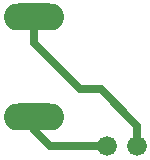
<source format=gbr>
%TF.GenerationSoftware,KiCad,Pcbnew,7.0.10-7.0.10~ubuntu22.04.1*%
%TF.CreationDate,2024-02-11T17:22:46-08:00*%
%TF.ProjectId,button_adapter,62757474-6f6e-45f6-9164-61707465722e,rev?*%
%TF.SameCoordinates,Original*%
%TF.FileFunction,Copper,L1,Top*%
%TF.FilePolarity,Positive*%
%FSLAX46Y46*%
G04 Gerber Fmt 4.6, Leading zero omitted, Abs format (unit mm)*
G04 Created by KiCad (PCBNEW 7.0.10-7.0.10~ubuntu22.04.1) date 2024-02-11 17:22:46*
%MOMM*%
%LPD*%
G01*
G04 APERTURE LIST*
%TA.AperFunction,ComponentPad*%
%ADD10C,1.676400*%
%TD*%
%TA.AperFunction,ComponentPad*%
%ADD11O,5.080000X2.286000*%
%TD*%
%TA.AperFunction,Conductor*%
%ADD12C,0.635000*%
%TD*%
G04 APERTURE END LIST*
D10*
%TO.P,J2,1,Pin_1*%
%TO.N,Net-(J1-Pin_1)*%
X172745400Y-113284000D03*
%TO.P,J2,2,Pin_2*%
%TO.N,Net-(J1-Pin_2)*%
X175285400Y-113284000D03*
%TD*%
D11*
%TO.P,J1,1,Pin_1*%
%TO.N,Net-(J1-Pin_1)*%
X166522400Y-110845600D03*
%TO.P,J1,2,Pin_2*%
%TO.N,Net-(J1-Pin_2)*%
X166522400Y-102362000D03*
%TD*%
D12*
%TO.N,Net-(J1-Pin_1)*%
X166522400Y-111912400D02*
X167894000Y-113284000D01*
X166522400Y-110845600D02*
X166522400Y-111912400D01*
X167894000Y-113284000D02*
X172745400Y-113284000D01*
%TO.N,Net-(J1-Pin_2)*%
X166522400Y-102362000D02*
X166522400Y-104546400D01*
X175285400Y-111531400D02*
X175285400Y-113284000D01*
X166522400Y-104546400D02*
X170434000Y-108458000D01*
X172212000Y-108458000D02*
X175285400Y-111531400D01*
X170434000Y-108458000D02*
X172212000Y-108458000D01*
%TD*%
M02*

</source>
